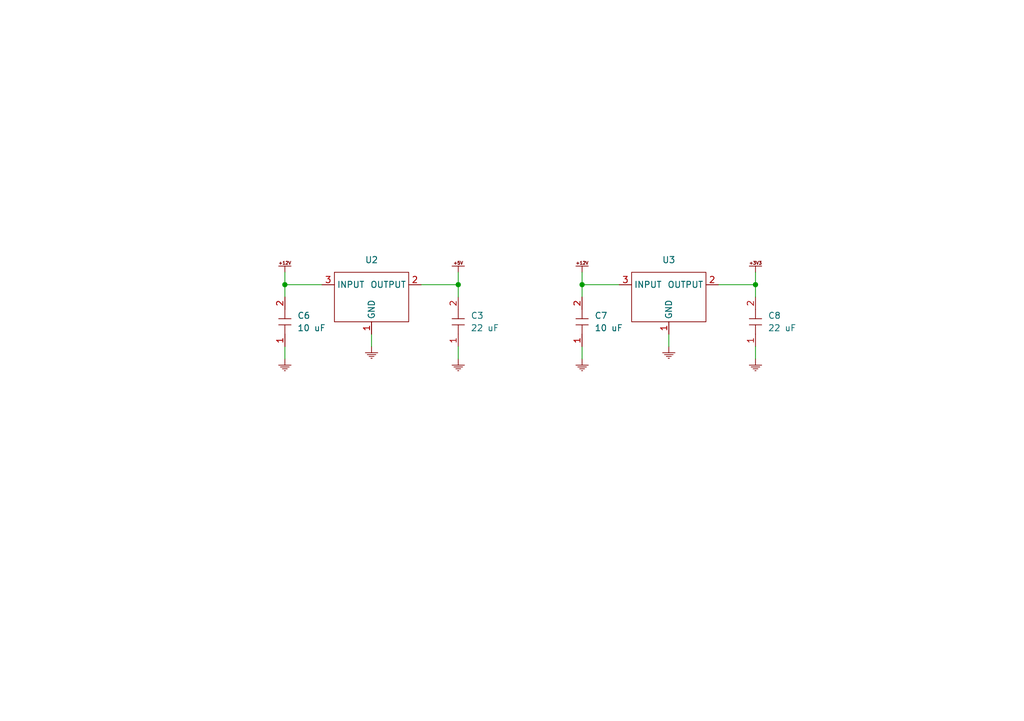
<source format=kicad_sch>
(kicad_sch (version 20230121) (generator eeschema)
  (paper "A5")
  (lib_symbols
    (symbol "zandmd:+12V" (power) (pin_names (offset 0))
      (symbol "+12V_0_1"
        (polyline (pts (xy -1.27 1.27) (xy 1.27 1.27)))
        (polyline (pts (xy 0 0) (xy 0 1.27)))
      )
      (symbol "+12V_1_1"
        (text "+12V" (at 0 1.905 0) (effects (font (size 0.635 0.635))))
        (pin power_in line (at 0 0 90) (length 0) hide (name "+12V") (number "1"))
      )
    )
    (symbol "zandmd:+3V3" (power) (pin_names (offset 0))
      (symbol "+3V3_0_1"
        (polyline (pts (xy -1.27 1.27) (xy 1.27 1.27)))
        (polyline (pts (xy 0 0) (xy 0 1.27)))
      )
      (symbol "+3V3_1_1"
        (text "+3V3" (at 0 1.905 0) (effects (font (size 0.635 0.635))))
        (pin power_in line (at 0 0 90) (length 0) hide (name "+3V3") (number "1"))
      )
    )
    (symbol "zandmd:+5V" (power) (pin_names (offset 0))
      (symbol "+5V_0_1"
        (polyline (pts (xy -1.27 1.27) (xy 1.27 1.27)))
        (polyline (pts (xy 0 0) (xy 0 1.27)))
      )
      (symbol "+5V_1_1"
        (text "+5V" (at 0 1.905 0) (effects (font (size 0.635 0.635))))
        (pin power_in line (at 0 0 90) (length 0) hide (name "+5V") (number "1"))
      )
    )
    (symbol "zandmd:AZ1117IH-3.3TRG1"
      (property "Reference" "U" (at 0 0 0))
      (symbol "AZ1117IH-3.3TRG1_0_1"
        (rectangle (start 2.54 12.7) (end 17.78 2.54))
      )
      (symbol "AZ1117IH-3.3TRG1_1_1"
        (pin passive line (at 10.16 0 90) (length 2.54) (name "GND") (number "1"))
        (pin power_out line (at 20.32 10.16 180) (length 2.54) (name "OUTPUT") (number "2"))
        (pin power_in line (at 0 10.16 0) (length 2.54) (name "INPUT") (number "3"))
      )
    )
    (symbol "zandmd:AZ1117IH-5.0TRG1"
      (property "Reference" "U" (at 0 0 0))
      (symbol "AZ1117IH-5.0TRG1_0_1"
        (rectangle (start 2.54 12.7) (end 17.78 2.54))
      )
      (symbol "AZ1117IH-5.0TRG1_1_1"
        (pin passive line (at 10.16 0 90) (length 2.54) (name "GND") (number "1"))
        (pin power_out line (at 20.32 10.16 180) (length 2.54) (name "OUTPUT") (number "2"))
        (pin power_in line (at 0 10.16 0) (length 2.54) (name "INPUT") (number "3"))
      )
    )
    (symbol "zandmd:CAPACITOR" (pin_names (offset 0))
      (property "Reference" "C" (at 0 0 0))
      (property "Value" "C" (at 0 0 0))
      (symbol "CAPACITOR_0_1"
        (polyline (pts (xy 2.54 0) (xy 4.445 0)))
        (polyline (pts (xy 4.445 1.27) (xy 4.445 -1.27)))
        (polyline (pts (xy 5.715 1.27) (xy 5.715 -1.27)))
        (polyline (pts (xy 7.62 0) (xy 5.715 0)))
      )
      (symbol "CAPACITOR_1_1"
        (pin passive line (at 0 0 0) (length 2.54) (name "") (number "1"))
        (pin passive line (at 10.16 0 180) (length 2.54) (name "") (number "2"))
      )
    )
    (symbol "zandmd:GND" (power) (pin_names (offset 0))
      (symbol "GND_0_1"
        (polyline (pts (xy -1.27 -1.27) (xy 1.27 -1.27)))
        (polyline (pts (xy -0.889 -1.651) (xy 0.889 -1.651)))
        (polyline (pts (xy -0.508 -2.032) (xy 0.508 -2.032)))
        (polyline (pts (xy -0.127 -2.413) (xy 0.127 -2.413)))
        (polyline (pts (xy 0 0) (xy 0 -1.27)))
      )
      (symbol "GND_1_1"
        (pin power_in line (at 0 0 270) (length 0) hide (name "GND") (number "1"))
      )
    )
  )
  (junction (at 58.42 58.42))
  (junction (at 93.98 58.42))
  (junction (at 154.94 58.42))
  (junction (at 119.38 58.42))
  (wire (pts (xy 66.04 58.42) (xy 58.42 58.42)))
  (wire (pts (xy 86.36 58.42) (xy 93.98 58.42)))
  (wire (pts (xy 119.38 58.42) (xy 119.38 60.96)))
  (wire (pts (xy 58.42 58.42) (xy 58.42 60.96)))
  (wire (pts (xy 154.94 71.12) (xy 154.94 73.66)))
  (wire (pts (xy 119.38 55.88) (xy 119.38 58.42)))
  (wire (pts (xy 93.98 58.42) (xy 93.98 60.96)))
  (wire (pts (xy 154.94 58.42) (xy 154.94 60.96)))
  (wire (pts (xy 93.98 55.88) (xy 93.98 58.42)))
  (wire (pts (xy 137.16 68.58) (xy 137.16 71.12)))
  (wire (pts (xy 119.38 71.12) (xy 119.38 73.66)))
  (wire (pts (xy 93.98 71.12) (xy 93.98 73.66)))
  (wire (pts (xy 127 58.42) (xy 119.38 58.42)))
  (wire (pts (xy 76.2 68.58) (xy 76.2 71.12)))
  (wire (pts (xy 147.32 58.42) (xy 154.94 58.42)))
  (wire (pts (xy 154.94 55.88) (xy 154.94 58.42)))
  (wire (pts (xy 58.42 55.88) (xy 58.42 58.42)))
  (wire (pts (xy 58.42 71.12) (xy 58.42 73.66)))
  (symbol (lib_id "zandmd:GND") (at 137.16 71.12 0) (unit 1)
    (property "Reference" "#PWR039" (effects hide))
    (property "Value" "GND" (effects hide))
  )
  (symbol (lib_id "zandmd:+3V3") (at 154.94 55.88 0) (unit 1)
    (property "Reference" "#PWR042" (effects hide))
    (property "Value" "+3V3" (effects hide))
  )
  (symbol (lib_id "zandmd:CAPACITOR") (at 119.38 71.12 90) (unit 1)
    (property "Reference" "C7" (at 121.92 64.77 90) (effects (justify right)))
    (property "Value" "10 uF" (at 121.92 67.31 90) (effects (justify right)))
    (property "Footprint" "zandmd:PASSIVE-NPOL-0805" (effects hide))
    (property "Sim.Device" "C" (effects hide))
    (property "Sim.Pins" "1=+ 2=-" (effects hide))
  )
  (symbol (lib_id "zandmd:GND") (at 154.94 73.66 0) (unit 1)
    (property "Reference" "#PWR040" (effects hide))
    (property "Value" "GND" (effects hide))
  )
  (symbol (lib_id "zandmd:AZ1117IH-5.0TRG1") (at 66.04 68.58 0) (unit 1)
    (property "Reference" "U2" (at 76.2 53.34 0))
    (property "Value" "AZ1117IH-5.0TRG1" (effects hide))
    (property "Footprint" "zandmd:AZ1117IH-5.0TRG1" (effects hide))
    (property "Datasheet" "https://www.diodes.com/assets/Datasheets/AZ1117I.pdf" (effects hide))
    (property "Sim.Enable" "0" (effects hide))
  )
  (symbol (lib_id "zandmd:+12V") (at 58.42 55.88 0) (unit 1)
    (property "Reference" "#PWR041" (effects hide))
    (property "Value" "+12V" (effects hide))
  )
  (symbol (lib_id "zandmd:GND") (at 58.42 73.66 0) (unit 1)
    (property "Reference" "#PWR044" (effects hide))
    (property "Value" "GND" (effects hide))
  )
  (symbol (lib_id "zandmd:+12V") (at 119.38 55.88 0) (unit 1)
    (property "Reference" "#PWR043" (effects hide))
    (property "Value" "+12V" (effects hide))
  )
  (symbol (lib_id "zandmd:CAPACITOR") (at 58.42 71.12 90) (unit 1)
    (property "Reference" "C6" (at 60.96 64.77 90) (effects (justify right)))
    (property "Value" "10 uF" (at 60.96 67.31 90) (effects (justify right)))
    (property "Footprint" "zandmd:PASSIVE-NPOL-0805" (effects hide))
    (property "Sim.Device" "C" (effects hide))
    (property "Sim.Pins" "1=+ 2=-" (effects hide))
  )
  (symbol (lib_id "zandmd:CAPACITOR") (at 154.94 71.12 90) (unit 1)
    (property "Reference" "C8" (at 157.48 64.77 90) (effects (justify right)))
    (property "Value" "22 uF" (at 157.48 67.31 90) (effects (justify right)))
    (property "Footprint" "zandmd:PASSIVE-NPOL-0805" (effects hide))
    (property "Sim.Device" "C" (effects hide))
    (property "Sim.Pins" "1=+ 2=-" (effects hide))
  )
  (symbol (lib_id "zandmd:GND") (at 76.2 71.12 0) (unit 1)
    (property "Reference" "#PWR045" (effects hide))
    (property "Value" "GND" (effects hide))
  )
  (symbol (lib_id "zandmd:+5V") (at 93.98 55.88 0) (unit 1)
    (property "Reference" "#PWR046" (effects hide))
    (property "Value" "+5V" (effects hide))
  )
  (symbol (lib_id "zandmd:GND") (at 119.38 73.66 0) (unit 1)
    (property "Reference" "#PWR038" (effects hide))
    (property "Value" "GND" (effects hide))
  )
  (symbol (lib_id "zandmd:CAPACITOR") (at 93.98 71.12 90) (unit 1)
    (property "Reference" "C3" (at 96.52 64.77 90) (effects (justify right)))
    (property "Value" "22 uF" (at 96.52 67.31 90) (effects (justify right)))
    (property "Footprint" "zandmd:PASSIVE-NPOL-0805" (effects hide))
    (property "Sim.Device" "C" (effects hide))
    (property "Sim.Pins" "1=+ 2=-" (effects hide))
  )
  (symbol (lib_id "zandmd:GND") (at 93.98 73.66 0) (unit 1)
    (property "Reference" "#PWR047" (effects hide))
    (property "Value" "GND" (effects hide))
  )
  (symbol (lib_id "zandmd:AZ1117IH-3.3TRG1") (at 127 68.58 0) (unit 1)
    (property "Reference" "U3" (at 137.16 53.34 0))
    (property "Value" "AZ1117IH-3.3TRG1" (effects hide))
    (property "Footprint" "zandmd:AZ1117IH-3.3TRG1" (effects hide))
    (property "Datasheet" "https://www.diodes.com/assets/Datasheets/AZ1117I.pdf" (effects hide))
    (property "Sim.Enable" "0" (effects hide))
  )
)
</source>
